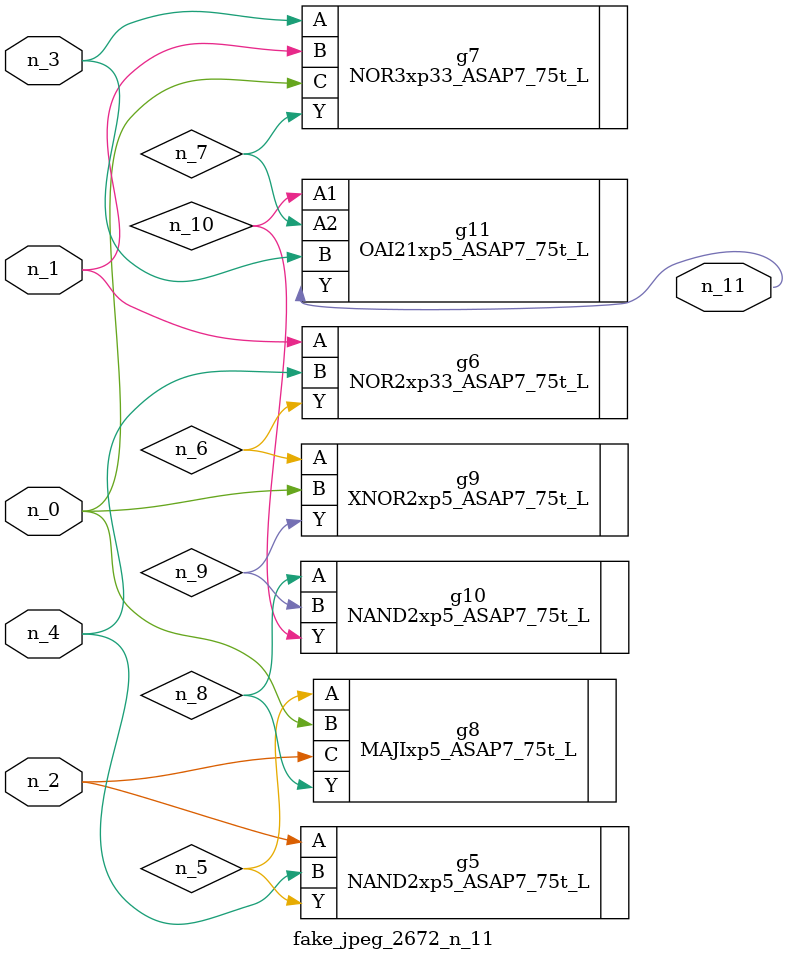
<source format=v>
module fake_jpeg_2672_n_11 (n_3, n_2, n_1, n_0, n_4, n_11);

input n_3;
input n_2;
input n_1;
input n_0;
input n_4;

output n_11;

wire n_10;
wire n_8;
wire n_9;
wire n_6;
wire n_5;
wire n_7;

NAND2xp5_ASAP7_75t_L g5 ( 
.A(n_2),
.B(n_4),
.Y(n_5)
);

NOR2xp33_ASAP7_75t_L g6 ( 
.A(n_1),
.B(n_4),
.Y(n_6)
);

NOR3xp33_ASAP7_75t_L g7 ( 
.A(n_3),
.B(n_1),
.C(n_0),
.Y(n_7)
);

MAJIxp5_ASAP7_75t_L g8 ( 
.A(n_5),
.B(n_0),
.C(n_2),
.Y(n_8)
);

NAND2xp5_ASAP7_75t_L g10 ( 
.A(n_8),
.B(n_9),
.Y(n_10)
);

XNOR2xp5_ASAP7_75t_L g9 ( 
.A(n_6),
.B(n_0),
.Y(n_9)
);

OAI21xp5_ASAP7_75t_L g11 ( 
.A1(n_10),
.A2(n_7),
.B(n_3),
.Y(n_11)
);


endmodule
</source>
